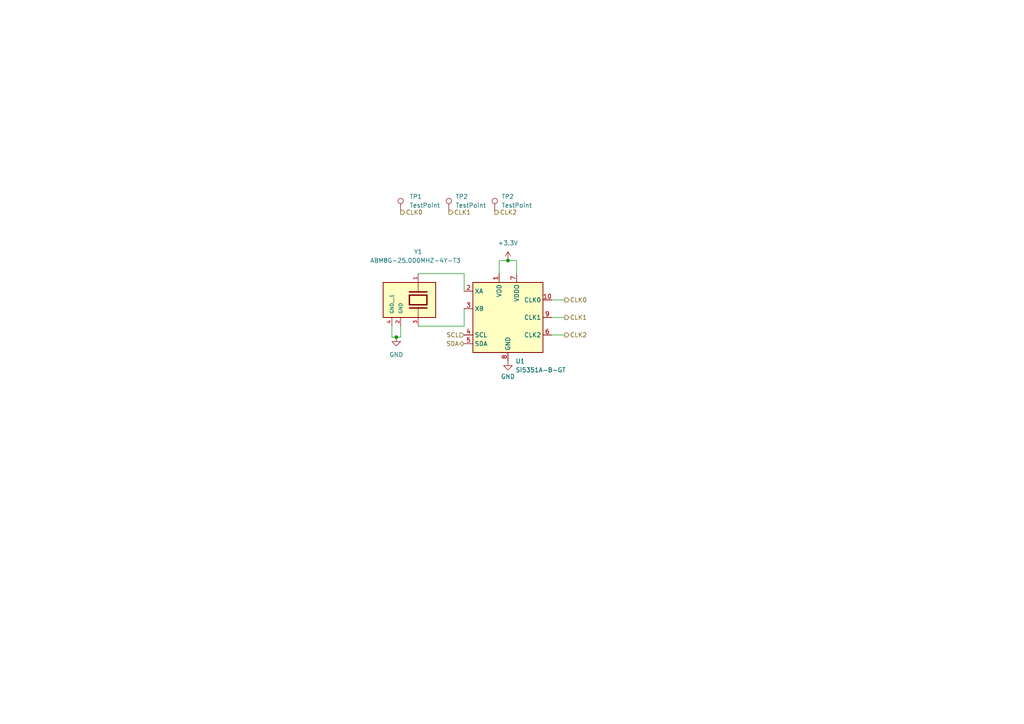
<source format=kicad_sch>
(kicad_sch (version 20230121) (generator eeschema)
  (paper "A4")
  (lib_symbols
    (symbol "ABM8G-25.000MHZ-4Y-T3:ABM8G-25.000MHZ-4Y-T3" (pin_names (offset 1.016))
      (property "Reference" "Y" (at -0.635 6.35 0))
      (property "Value" "ABM8G-25.000MHZ-4Y-T3" (at -12.7 -12.7 0))
      (symbol "ABM8G-25.000MHZ-4Y-T3_0_0"
        (rectangle (start -5.08 -10.16) (end 5.08 5.08) (stroke (width 0.254)) (fill (type background)))
        (polyline (pts (xy -5.08 0) (xy -2.54 0)) (stroke (width 0.1524)))
        (polyline (pts (xy -2.3368 2.54) (xy -2.3368 -2.54)) (stroke (width 0.4064)))
        (polyline (pts (xy -1.397 2.54) (xy -1.397 -2.54)) (stroke (width 0.4064)))
        (polyline (pts (xy -1.397 2.54) (xy 1.397 2.54)) (stroke (width 0.4064)))
        (polyline (pts (xy 1.397 -2.54) (xy -1.397 -2.54)) (stroke (width 0.4064)))
        (polyline (pts (xy 1.397 2.54) (xy 1.397 -2.54)) (stroke (width 0.4064)))
        (polyline (pts (xy 2.3368 2.54) (xy 2.3368 -2.54)) (stroke (width 0.4064)))
        (polyline (pts (xy 2.54 0) (xy 5.08 0)) (stroke (width 0.1524)))
        (pin passive line (at -7.62 0 0) (length 2.54) (name "~") (number "1"))
        (pin power_in line (at 7.62 -5.08 180) (length 2.54) (name "GND") (number "2"))
        (pin passive line (at 7.62 0 180) (length 2.54) (name "~") (number "3"))
        (pin power_in line (at 7.62 -7.62 180) (length 2.54) (name "GND__1") (number "4"))
      )
    )
    (symbol "Connector:TestPoint" (pin_numbers hide) (pin_names (offset 0.762) hide)
      (property "Reference" "TP" (at 0 6.858 0))
      (property "Value" "TestPoint" (at 0 5.08 0))
      (symbol "TestPoint_0_1"
        (circle (center 0 3.302) (radius 0.762))
      )
      (symbol "TestPoint_1_1"
        (pin passive line (at 0 0 90) (length 2.54) (name "1") (number "1"))
      )
    )
    (symbol "Oscillator:Si5351A-B-GT"
      (property "Reference" "U1" (at 2.1941 -12.7 0))
      (property "Value" "Si5351A-B-GT" (at 2.1941 -15.24 0))
      (symbol "Si5351A-B-GT_0_1"
        (rectangle (start -10.16 10.16) (end 10.16 -10.16) (stroke (width 0.254)) (fill (type background)))
      )
      (symbol "Si5351A-B-GT_1_1"
        (pin power_in line (at -2.54 12.7 270) (length 2.54) (name "VDD") (number "1"))
        (pin output line (at 12.7 5.08 180) (length 2.54) (name "CLK0") (number "10"))
        (pin input line (at -12.7 7.62 0) (length 2.54) (name "XA") (number "2"))
        (pin input line (at -12.7 2.54 0) (length 2.54) (name "XB") (number "3"))
        (pin input line (at -12.7 -5.08 0) (length 2.54) (name "SCL") (number "4"))
        (pin bidirectional line (at -12.7 -7.62 0) (length 2.54) (name "SDA") (number "5"))
        (pin output line (at 12.7 -5.08 180) (length 2.54) (name "CLK2") (number "6"))
        (pin power_in line (at 2.54 12.7 270) (length 2.54) (name "VDDO") (number "7"))
        (pin power_in line (at 0 -12.7 90) (length 2.54) (name "GND") (number "8"))
        (pin output line (at 12.7 0 180) (length 2.54) (name "CLK1") (number "9"))
      )
    )
    (symbol "power:+3.3V" (power) (pin_names (offset 0))
      (property "Value" "+3.3V" (at 0 3.556 0))
      (symbol "+3.3V_0_1"
        (polyline (pts (xy -0.762 1.27) (xy 0 2.54)))
        (polyline (pts (xy 0 0) (xy 0 2.54)))
        (polyline (pts (xy 0 2.54) (xy 0.762 1.27)))
      )
      (symbol "+3.3V_1_1"
        (pin power_in line (at 0 0 90) (length 0) hide (name "+3.3V") (number "1"))
      )
    )
    (symbol "power:GND" (power) (pin_names (offset 0))
      (property "Value" "GND" (at 0 -3.81 0))
      (symbol "GND_0_1"
        (polyline (pts (xy 0 0) (xy 0 -1.27) (xy 1.27 -1.27) (xy 0 -2.54) (xy -1.27 -1.27) (xy 0 -1.27)))
      )
      (symbol "GND_1_1"
        (pin power_in line (at 0 0 270) (length 0) hide (name "GND") (number "1"))
      )
    )
  )
  (junction (at 114.935 97.79))
  (junction (at 147.32 75.565))
  (wire (pts (xy 121.285 79.375) (xy 134.62 79.375)))
  (wire (pts (xy 116.205 97.79) (xy 114.935 97.79)))
  (wire (pts (xy 144.78 75.565) (xy 147.32 75.565)))
  (wire (pts (xy 116.205 94.615) (xy 116.205 97.79)))
  (wire (pts (xy 160.02 92.075) (xy 163.83 92.075)))
  (wire (pts (xy 149.86 79.375) (xy 149.86 75.565)))
  (wire (pts (xy 134.62 79.375) (xy 134.62 84.455)))
  (wire (pts (xy 160.02 97.155) (xy 163.83 97.155)))
  (wire (pts (xy 134.62 94.615) (xy 134.62 89.535)))
  (wire (pts (xy 144.78 79.375) (xy 144.78 75.565)))
  (wire (pts (xy 113.665 94.615) (xy 113.665 97.79)))
  (wire (pts (xy 160.02 86.995) (xy 163.83 86.995)))
  (wire (pts (xy 121.285 94.615) (xy 134.62 94.615)))
  (wire (pts (xy 113.665 97.79) (xy 114.935 97.79)))
  (wire (pts (xy 147.32 75.565) (xy 149.86 75.565)))
  (hierarchical_label "SDA" (shape bidirectional) (at 134.62 99.695 180))
  (hierarchical_label "CLK2" (shape output) (at 143.51 61.595 0))
  (hierarchical_label "CLK1" (shape output) (at 130.175 61.595 0))
  (hierarchical_label "CLK1" (shape output) (at 163.83 92.075 0))
  (hierarchical_label "CLK0" (shape output) (at 163.83 86.995 0))
  (hierarchical_label "CLK0" (shape output) (at 116.205 61.595 0))
  (hierarchical_label "SCL" (shape input) (at 134.62 97.155 180))
  (hierarchical_label "CLK2" (shape output) (at 163.83 97.155 0))
  (symbol (lib_id "Connector:TestPoint") (at 143.51 61.595 0) (unit 1)
    (property "Reference" "TP2" (at 145.415 57.023 0) (effects (justify left)))
    (property "Value" "TestPoint" (at 145.415 59.563 0) (effects (justify left)))
    (instances (project "analog_frontend" (path "" (reference "TP2") (unit 1)) (path "" (reference "TP3") (unit 1)) (path "" (reference "TP3") (unit 1))))
  )
  (symbol (lib_id "Oscillator:Si5351A-B-GT") (at 147.32 92.075 0) (unit 1)
    (property "Reference" "U1" (at 149.5141 104.775 0) (effects (justify left)))
    (property "Value" "Si5351A-B-GT" (at 149.5141 107.315 0) (effects (justify left)))
    (property "Footprint" "Package_SO:MSOP-10_3x3mm_P0.5mm" (effects hide))
    (property "Datasheet" "https://www.silabs.com/documents/public/data-sheets/Si5351-B.pdf" (effects hide))
  )
  (symbol (lib_id "power:GND") (at 147.32 104.775 0) (unit 1)
    (property "Reference" "#PWR02" (effects hide))
    (property "Value" "GND" (at 147.32 109.22 0))
    (instances (project "analog_frontend" (path "" (reference "#PWR02") (unit 1)) (path "" (reference "#PWR03") (unit 1)) (path "" (reference "#PWR03") (unit 1))))
  )
  (symbol (lib_id "Connector:TestPoint") (at 130.175 61.595 0) (unit 1)
    (property "Reference" "TP2" (at 132.08 57.023 0) (effects (justify left)))
    (property "Value" "TestPoint" (at 132.08 59.563 0) (effects (justify left)))
  )
  (symbol (lib_id "power:GND") (at 114.935 97.79 0) (unit 1)
    (property "Reference" "#PWR01" (effects hide))
    (property "Value" "GND" (at 114.935 102.87 0))
  )
  (symbol (lib_id "power:+3.3V") (at 147.32 75.565 0) (unit 1)
    (property "Reference" "#PWR02" (effects hide))
    (property "Value" "+3.3V" (at 147.32 70.485 0))
  )
  (symbol (lib_id "ABM8G-25.000MHZ-4Y-T3:ABM8G-25.000MHZ-4Y-T3") (at 121.285 86.995 270) (unit 1)
    (property "Reference" "Y1" (at 120.015 73.025 90) (effects (justify left)))
    (property "Value" "ABM8G-25.000MHZ-4Y-T3" (at 107.315 75.565 90) (effects (justify left)))
    (property "Footprint" "XTAL_ABM8G-25.000MHZ-4Y-T3" (effects hide))
    (property "PARTREV" "08.13.15" (effects hide))
    (property "STANDARD" "Manufacturer Recommendations" (effects hide))
    (property "MAXIMUM_PACKAGE_HEIGHT" "1.0 mm" (effects hide))
    (property "MANUFACTURER" "Abracon" (effects hide))
  )
  (symbol (lib_id "Connector:TestPoint") (at 116.205 61.595 0) (unit 1)
    (property "Reference" "TP1" (at 118.745 57.023 0) (effects (justify left)))
    (property "Value" "TestPoint" (at 118.745 59.563 0) (effects (justify left)))
  )
)
</source>
